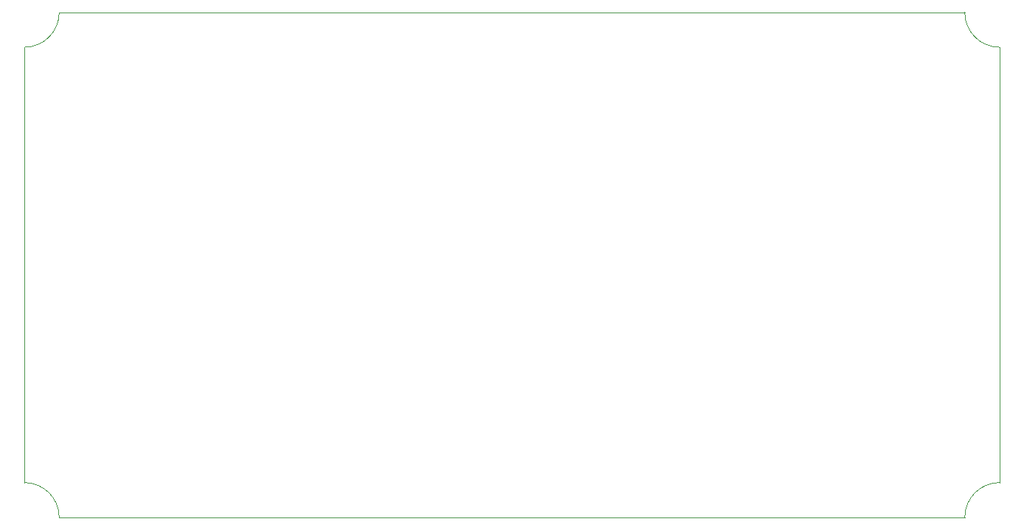
<source format=gbr>
G04*
G04 #@! TF.GenerationSoftware,Altium Limited,Altium Designer,22.8.2 (66)*
G04*
G04 Layer_Color=16711935*
%FSLAX44Y44*%
%MOMM*%
G71*
G04*
G04 #@! TF.SameCoordinates,CF27D90D-B1D3-4D20-95BB-87DB92CEE313*
G04*
G04*
G04 #@! TF.FilePolarity,Positive*
G04*
G01*
G75*
%ADD110C,0.0000*%
D110*
X1120000Y40000D02*
G03*
X1080000Y0I0J-40000D01*
G01*
X40000D02*
G03*
X0Y40000I-40000J0D01*
G01*
Y540000D02*
G03*
X40000Y580000I0J40000D01*
G01*
X1080000D02*
G03*
X1120000Y540000I40000J0D01*
G01*
X0Y40000D02*
Y540000D01*
X1120000Y40000D02*
Y540000D01*
X40000Y0D02*
X1080000D01*
X40000Y580000D02*
X1080000D01*
M02*

</source>
